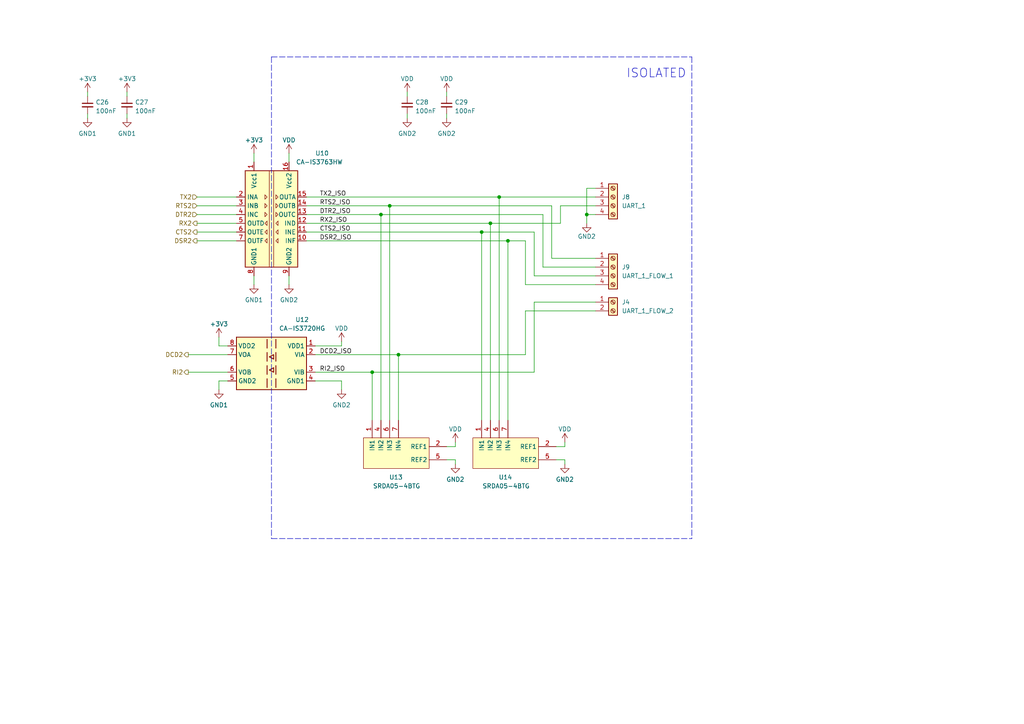
<source format=kicad_sch>
(kicad_sch (version 20211123) (generator eeschema)
  (paper "A4")
  (title_block (title "CH344 Isolated Serial Adapter") (date "2024-01-12") (rev "2") (company "Sleepy Pony Labs"))
  (lib_symbols
    (symbol "Connector:Screw_Terminal_01x02" (pin_names (offset 1.016) hide)
      (property "Reference" "J" (at 0 2.54 0))
      (property "Value" "Screw_Terminal_01x02" (at 0 -5.08 0))
      (symbol "Screw_Terminal_01x02_1_1"
        (rectangle (start -1.27 1.27) (end 1.27 -3.81) (stroke (width 0.254)) (fill (type background)))
        (circle (center 0 -2.54) (radius 0.635) (stroke (width 0.1524)))
        (polyline (pts (xy -0.5334 -2.2098) (xy 0.3302 -3.048)) (stroke (width 0.1524)))
        (polyline (pts (xy -0.5334 0.3302) (xy 0.3302 -0.508)) (stroke (width 0.1524)))
        (polyline (pts (xy -0.3556 -2.032) (xy 0.508 -2.8702)) (stroke (width 0.1524)))
        (polyline (pts (xy -0.3556 0.508) (xy 0.508 -0.3302)) (stroke (width 0.1524)))
        (circle (center 0 0) (radius 0.635) (stroke (width 0.1524)))
        (pin passive line (at -5.08 0 0) (length 3.81) (name "Pin_1") (number "1"))
        (pin passive line (at -5.08 -2.54 0) (length 3.81) (name "Pin_2") (number "2"))
      )
    )
    (symbol "Connector:Screw_Terminal_01x04" (pin_names (offset 1.016) hide)
      (property "Reference" "J" (at 0 5.08 0))
      (property "Value" "Screw_Terminal_01x04" (at 0 -7.62 0))
      (symbol "Screw_Terminal_01x04_1_1"
        (rectangle (start -1.27 3.81) (end 1.27 -6.35) (stroke (width 0.254)) (fill (type background)))
        (circle (center 0 -5.08) (radius 0.635) (stroke (width 0.1524)))
        (circle (center 0 -2.54) (radius 0.635) (stroke (width 0.1524)))
        (polyline (pts (xy -0.5334 -4.7498) (xy 0.3302 -5.588)) (stroke (width 0.1524)))
        (polyline (pts (xy -0.5334 -2.2098) (xy 0.3302 -3.048)) (stroke (width 0.1524)))
        (polyline (pts (xy -0.5334 0.3302) (xy 0.3302 -0.508)) (stroke (width 0.1524)))
        (polyline (pts (xy -0.5334 2.8702) (xy 0.3302 2.032)) (stroke (width 0.1524)))
        (polyline (pts (xy -0.3556 -4.572) (xy 0.508 -5.4102)) (stroke (width 0.1524)))
        (polyline (pts (xy -0.3556 -2.032) (xy 0.508 -2.8702)) (stroke (width 0.1524)))
        (polyline (pts (xy -0.3556 0.508) (xy 0.508 -0.3302)) (stroke (width 0.1524)))
        (polyline (pts (xy -0.3556 3.048) (xy 0.508 2.2098)) (stroke (width 0.1524)))
        (circle (center 0 0) (radius 0.635) (stroke (width 0.1524)))
        (circle (center 0 2.54) (radius 0.635) (stroke (width 0.1524)))
        (pin passive line (at -5.08 2.54 0) (length 3.81) (name "Pin_1") (number "1"))
        (pin passive line (at -5.08 0 0) (length 3.81) (name "Pin_2") (number "2"))
        (pin passive line (at -5.08 -2.54 0) (length 3.81) (name "Pin_3") (number "3"))
        (pin passive line (at -5.08 -5.08 0) (length 3.81) (name "Pin_4") (number "4"))
      )
    )
    (symbol "Device:C_Small" (pin_numbers hide) (pin_names (offset 0.254) hide)
      (property "Reference" "C" (at 0.254 1.778 0))
      (property "Value" "C_Small" (at 0.254 -2.032 0))
      (symbol "C_Small_0_1"
        (polyline (pts (xy -1.524 -0.508) (xy 1.524 -0.508)) (stroke (width 0.3302)))
        (polyline (pts (xy -1.524 0.508) (xy 1.524 0.508)) (stroke (width 0.3048)))
      )
      (symbol "C_Small_1_1"
        (pin passive line (at 0 2.54 270) (length 2.032) (name "~") (number "1"))
        (pin passive line (at 0 -2.54 90) (length 2.032) (name "~") (number "2"))
      )
    )
    (symbol "Isolator:ADuM1200AR"
      (property "Reference" "U" (at -10.16 8.89 0))
      (property "Value" "ADuM1200AR" (at -2.032 8.89 0))
      (symbol "ADuM1200AR_0_1"
        (rectangle (start -10.16 7.62) (end 10.16 -7.62) (stroke (width 0.254)) (fill (type background)))
        (polyline (pts (xy -1.27 -4.445) (xy -1.27 -6.985)) (stroke (width 0.254)))
        (polyline (pts (xy -1.27 -0.635) (xy -1.27 -3.175)) (stroke (width 0.254)))
        (polyline (pts (xy -1.27 3.175) (xy -1.27 0.635)) (stroke (width 0.254)))
        (polyline (pts (xy -1.27 6.985) (xy -1.27 4.445)) (stroke (width 0.254)))
        (polyline (pts (xy 1.27 -4.445) (xy 1.27 -6.985)) (stroke (width 0.254)))
        (polyline (pts (xy 1.27 -0.635) (xy 1.27 -3.175)) (stroke (width 0.254)))
        (polyline (pts (xy 1.27 3.175) (xy 1.27 0.635)) (stroke (width 0.254)))
        (polyline (pts (xy 1.27 6.985) (xy 1.27 4.445)) (stroke (width 0.254)))
        (polyline (pts (xy -0.635 -1.27) (xy -0.635 -2.54) (xy 0.635 -1.905) (xy -0.635 -1.27)) (stroke (width 0.254)))
        (polyline (pts (xy -0.635 1.27) (xy 0.635 1.905) (xy -0.635 2.54) (xy -0.635 1.27)) (stroke (width 0.254)))
      )
      (symbol "ADuM1200AR_1_1"
        (pin power_in line (at -12.7 5.08 0) (length 2.54) (name "VDD1") (number "1"))
        (pin input line (at -12.7 2.54 0) (length 2.54) (name "VIA") (number "2"))
        (pin input line (at -12.7 -2.54 0) (length 2.54) (name "VIB") (number "3"))
        (pin power_in line (at -12.7 -5.08 0) (length 2.54) (name "GND1") (number "4"))
        (pin power_in line (at 12.7 -5.08 180) (length 2.54) (name "GND2") (number "5"))
        (pin output line (at 12.7 -2.54 180) (length 2.54) (name "VOB") (number "6"))
        (pin output line (at 12.7 2.54 180) (length 2.54) (name "VOA") (number "7"))
        (pin power_in line (at 12.7 5.08 180) (length 2.54) (name "VDD2") (number "8"))
      )
    )
    (symbol "Isolator:ISO7763DW"
      (property "Reference" "U" (at 8.255 14.605 0))
      (property "Value" "ISO7763DW" (at 8.255 12.065 0))
      (symbol "ISO7763DW_0_1"
        (rectangle (start -7.62 15.24) (end 7.62 -12.7) (stroke (width 0.254)) (fill (type background)))
        (polyline (pts (xy -0.635 15.24) (xy -0.635 -12.7)))
        (polyline (pts (xy 0.635 15.24) (xy 0.635 -12.7)))
        (polyline (pts (xy -1.905 8.255) (xy -1.27 7.62) (xy -1.905 6.985) (xy -1.905 8.255)))
        (polyline (pts (xy 1.27 8.255) (xy 1.905 7.62) (xy 1.27 6.985) (xy 1.27 8.255)))
      )
      (symbol "ISO7763DW_1_1"
        (polyline (pts (xy -1.905 3.175) (xy -1.27 2.54) (xy -1.905 1.905) (xy -1.905 3.175)))
        (polyline (pts (xy -1.905 5.715) (xy -1.27 5.08) (xy -1.905 4.445) (xy -1.905 5.715)))
        (polyline (pts (xy -1.27 -4.445) (xy -1.905 -5.08) (xy -1.27 -5.715) (xy -1.27 -4.445)))
        (polyline (pts (xy -1.27 -1.905) (xy -1.905 -2.54) (xy -1.27 -3.175) (xy -1.27 -1.905)))
        (polyline (pts (xy -1.27 0.635) (xy -1.905 0) (xy -1.27 -0.635) (xy -1.27 0.635)))
        (polyline (pts (xy 1.27 3.175) (xy 1.905 2.54) (xy 1.27 1.905) (xy 1.27 3.175)))
        (polyline (pts (xy 1.27 5.715) (xy 1.905 5.08) (xy 1.27 4.445) (xy 1.27 5.715)))
        (polyline (pts (xy 1.905 -4.445) (xy 1.27 -5.08) (xy 1.905 -5.715) (xy 1.905 -4.445)))
        (polyline (pts (xy 1.905 -1.905) (xy 1.27 -2.54) (xy 1.905 -3.175) (xy 1.905 -1.905)))
        (polyline (pts (xy 1.905 0.635) (xy 1.27 0) (xy 1.905 -0.635) (xy 1.905 0.635)))
        (pin power_in line (at -5.08 17.78 270) (length 2.54) (name "Vcc1") (number "1"))
        (pin input line (at 10.16 -5.08 180) (length 2.54) (name "INF") (number "10"))
        (pin input line (at 10.16 -2.54 180) (length 2.54) (name "INE") (number "11"))
        (pin input line (at 10.16 0 180) (length 2.54) (name "IND") (number "12"))
        (pin output line (at 10.16 2.54 180) (length 2.54) (name "OUTC") (number "13"))
        (pin output line (at 10.16 5.08 180) (length 2.54) (name "OUTB") (number "14"))
        (pin output line (at 10.16 7.62 180) (length 2.54) (name "OUTA") (number "15"))
        (pin power_in line (at 5.08 17.78 270) (length 2.54) (name "Vcc2") (number "16"))
        (pin input line (at -10.16 7.62 0) (length 2.54) (name "INA") (number "2"))
        (pin input line (at -10.16 5.08 0) (length 2.54) (name "INB") (number "3"))
        (pin input line (at -10.16 2.54 0) (length 2.54) (name "INC") (number "4"))
        (pin output line (at -10.16 0 0) (length 2.54) (name "OUTD") (number "5"))
        (pin output line (at -10.16 -2.54 0) (length 2.54) (name "OUTE") (number "6"))
        (pin output line (at -10.16 -5.08 0) (length 2.54) (name "OUTF") (number "7"))
        (pin power_in line (at -5.08 -15.24 90) (length 2.54) (name "GND1") (number "8"))
        (pin power_in line (at 5.08 -15.24 90) (length 2.54) (name "GND2") (number "9"))
      )
    )
    (symbol "SRDA05-4BTG_1"
      (property "Reference" "U" (at -15.24 1.27 0))
      (property "Value" "SRDA05-4BTG_1" (at -15.24 -1.27 0))
      (symbol "SRDA05-4BTG_1_0_1"
        (rectangle (start -7.62 5.08) (end 11.43 -3.81) (fill (type background)))
      )
      (symbol "SRDA05-4BTG_1_1_1"
        (pin passive line (at -5.08 10.16 270) (length 5.08) (name "IN1") (number "1"))
        (pin passive line (at 16.51 2.54 180) (length 5.08) (name "REF1") (number "2"))
        (pin passive line (at 16.51 2.54 180) (length 5.08) hide (name "REF1") (number "3"))
        (pin passive line (at -2.54 10.16 270) (length 5.08) (name "IN2") (number "4"))
        (pin passive line (at 16.51 -1.27 180) (length 5.08) (name "REF2") (number "5"))
        (pin passive line (at 0 10.16 270) (length 5.08) (name "IN3") (number "6"))
        (pin passive line (at 2.54 10.16 270) (length 5.08) (name "IN4") (number "7"))
        (pin passive line (at 16.51 -1.27 180) (length 5.08) hide (name "REF2") (number "8"))
      )
    )
    (symbol "isolated_serial_adapter:SRDA05-4BTG"
      (property "Reference" "U" (at -15.24 1.27 0))
      (property "Value" "SRDA05-4BTG" (at -15.24 -1.27 0))
      (symbol "SRDA05-4BTG_0_1"
        (rectangle (start -7.62 5.08) (end 11.43 -3.81) (fill (type background)))
      )
      (symbol "SRDA05-4BTG_1_1"
        (pin passive line (at -5.08 10.16 270) (length 5.08) (name "IN1") (number "1"))
        (pin passive line (at 16.51 2.54 180) (length 5.08) (name "REF1") (number "2"))
        (pin passive line (at 16.51 2.54 180) (length 5.08) hide (name "REF1") (number "3"))
        (pin passive line (at -2.54 10.16 270) (length 5.08) (name "IN2") (number "4"))
        (pin passive line (at 16.51 -1.27 180) (length 5.08) (name "REF2") (number "5"))
        (pin passive line (at 0 10.16 270) (length 5.08) (name "IN3") (number "6"))
        (pin passive line (at 2.54 10.16 270) (length 5.08) (name "IN4") (number "7"))
        (pin passive line (at 16.51 -1.27 180) (length 5.08) hide (name "REF2") (number "8"))
      )
    )
    (symbol "power:+3V3" (power) (pin_names (offset 0))
      (property "Value" "+3V3" (at 0 3.556 0))
      (symbol "+3V3_0_1"
        (polyline (pts (xy -0.762 1.27) (xy 0 2.54)))
        (polyline (pts (xy 0 0) (xy 0 2.54)))
        (polyline (pts (xy 0 2.54) (xy 0.762 1.27)))
      )
      (symbol "+3V3_1_1"
        (pin power_in line (at 0 0 90) (length 0) hide (name "+3V3") (number "1"))
      )
    )
    (symbol "power:GND1" (power) (pin_names (offset 0))
      (property "Value" "GND1" (at 0 -3.81 0))
      (symbol "GND1_0_1"
        (polyline (pts (xy 0 0) (xy 0 -1.27) (xy 1.27 -1.27) (xy 0 -2.54) (xy -1.27 -1.27) (xy 0 -1.27)))
      )
      (symbol "GND1_1_1"
        (pin power_in line (at 0 0 270) (length 0) hide (name "GND1") (number "1"))
      )
    )
    (symbol "power:GND2" (power) (pin_names (offset 0))
      (property "Value" "GND2" (at 0 -3.81 0))
      (symbol "GND2_0_1"
        (polyline (pts (xy 0 0) (xy 0 -1.27) (xy 1.27 -1.27) (xy 0 -2.54) (xy -1.27 -1.27) (xy 0 -1.27)))
      )
      (symbol "GND2_1_1"
        (pin power_in line (at 0 0 270) (length 0) hide (name "GND2") (number "1"))
      )
    )
    (symbol "power:VDD" (power) (pin_names (offset 0))
      (property "Value" "VDD" (at 0 3.81 0))
      (symbol "VDD_0_1"
        (polyline (pts (xy -0.762 1.27) (xy 0 2.54)))
        (polyline (pts (xy 0 0) (xy 0 2.54)))
        (polyline (pts (xy 0 2.54) (xy 0.762 1.27)))
      )
      (symbol "VDD_1_1"
        (pin power_in line (at 0 0 90) (length 0) hide (name "VDD") (number "1"))
      )
    )
  )
  (junction (at 115.57 102.87))
  (junction (at 113.03 59.69))
  (junction (at 170.18 62.23))
  (junction (at 110.49 62.23))
  (junction (at 147.32 69.85))
  (junction (at 107.95 107.95))
  (junction (at 144.78 57.15))
  (junction (at 142.24 64.77))
  (junction (at 139.7 67.31))
  (wire (pts (xy 66.04 110.49) (xy 63.5 110.49)))
  (wire (pts (xy 88.9 62.23) (xy 110.49 62.23)))
  (wire (pts (xy 154.94 87.63) (xy 172.72 87.63)))
  (wire (pts (xy 144.78 57.15) (xy 144.78 121.92)))
  (wire (pts (xy 83.82 44.45) (xy 83.82 46.99)))
  (wire (pts (xy 152.4 82.55) (xy 172.72 82.55)))
  (wire (pts (xy 118.11 33.02) (xy 118.11 34.29)))
  (wire (pts (xy 147.32 69.85) (xy 152.4 69.85)))
  (wire (pts (xy 73.66 44.45) (xy 73.66 46.99)))
  (wire (pts (xy 91.44 110.49) (xy 99.06 110.49)))
  (wire (pts (xy 172.72 54.61) (xy 170.18 54.61)))
  (wire (pts (xy 170.18 54.61) (xy 170.18 62.23)))
  (wire (pts (xy 63.5 110.49) (xy 63.5 113.03)))
  (wire (pts (xy 132.08 129.54) (xy 132.08 128.27)))
  (wire (pts (xy 54.61 102.87) (xy 66.04 102.87)))
  (wire (pts (xy 129.54 33.02) (xy 129.54 34.29)))
  (wire (pts (xy 144.78 57.15) (xy 172.72 57.15)))
  (wire (pts (xy 99.06 100.33) (xy 99.06 99.06)))
  (wire (pts (xy 129.54 129.54) (xy 132.08 129.54)))
  (wire (pts (xy 57.15 67.31) (xy 68.58 67.31)))
  (wire (pts (xy 25.4 33.02) (xy 25.4 34.29)))
  (wire (pts (xy 163.83 133.35) (xy 163.83 134.62)))
  (wire (pts (xy 107.95 107.95) (xy 107.95 121.92)))
  (wire (pts (xy 54.61 107.95) (xy 66.04 107.95)))
  (wire (pts (xy 132.08 133.35) (xy 132.08 134.62)))
  (wire (pts (xy 160.02 74.93) (xy 172.72 74.93)))
  (wire (pts (xy 154.94 80.01) (xy 172.72 80.01)))
  (wire (pts (xy 142.24 64.77) (xy 142.24 121.92)))
  (wire (pts (xy 91.44 107.95) (xy 107.95 107.95)))
  (wire (pts (xy 57.15 62.23) (xy 68.58 62.23)))
  (wire (pts (xy 154.94 107.95) (xy 154.94 87.63)))
  (wire (pts (xy 88.9 69.85) (xy 147.32 69.85)))
  (wire (pts (xy 129.54 26.67) (xy 129.54 27.94)))
  (wire (pts (xy 57.15 64.77) (xy 68.58 64.77)))
  (wire (pts (xy 172.72 62.23) (xy 170.18 62.23)))
  (wire (pts (xy 113.03 59.69) (xy 113.03 121.92)))
  (polyline (pts (xy 78.74 156.21) (xy 200.66 156.21)))
  (wire (pts (xy 163.83 128.27) (xy 163.83 129.54)))
  (wire (pts (xy 57.15 57.15) (xy 68.58 57.15)))
  (wire (pts (xy 160.02 59.69) (xy 160.02 74.93)))
  (wire (pts (xy 152.4 102.87) (xy 152.4 90.17)))
  (wire (pts (xy 25.4 26.67) (xy 25.4 27.94)))
  (polyline (pts (xy 78.74 16.51) (xy 200.66 16.51)))
  (wire (pts (xy 36.83 26.67) (xy 36.83 27.94)))
  (wire (pts (xy 57.15 59.69) (xy 68.58 59.69)))
  (wire (pts (xy 88.9 64.77) (xy 142.24 64.77)))
  (wire (pts (xy 157.48 77.47) (xy 172.72 77.47)))
  (wire (pts (xy 139.7 67.31) (xy 154.94 67.31)))
  (wire (pts (xy 118.11 26.67) (xy 118.11 27.94)))
  (wire (pts (xy 162.56 64.77) (xy 162.56 59.69)))
  (wire (pts (xy 115.57 102.87) (xy 152.4 102.87)))
  (wire (pts (xy 83.82 80.01) (xy 83.82 82.55)))
  (wire (pts (xy 139.7 67.31) (xy 139.7 121.92)))
  (wire (pts (xy 110.49 62.23) (xy 110.49 121.92)))
  (wire (pts (xy 157.48 62.23) (xy 157.48 77.47)))
  (wire (pts (xy 88.9 59.69) (xy 113.03 59.69)))
  (wire (pts (xy 161.29 133.35) (xy 163.83 133.35)))
  (wire (pts (xy 154.94 67.31) (xy 154.94 80.01)))
  (polyline (pts (xy 78.74 16.51) (xy 78.74 156.21)))
  (wire (pts (xy 91.44 100.33) (xy 99.06 100.33)))
  (polyline (pts (xy 200.66 16.51) (xy 200.66 156.21)))
  (wire (pts (xy 63.5 100.33) (xy 66.04 100.33)))
  (wire (pts (xy 142.24 64.77) (xy 162.56 64.77)))
  (wire (pts (xy 57.15 69.85) (xy 68.58 69.85)))
  (wire (pts (xy 115.57 102.87) (xy 115.57 121.92)))
  (wire (pts (xy 129.54 133.35) (xy 132.08 133.35)))
  (wire (pts (xy 163.83 129.54) (xy 161.29 129.54)))
  (wire (pts (xy 162.56 59.69) (xy 172.72 59.69)))
  (wire (pts (xy 147.32 69.85) (xy 147.32 121.92)))
  (wire (pts (xy 88.9 57.15) (xy 144.78 57.15)))
  (wire (pts (xy 152.4 90.17) (xy 172.72 90.17)))
  (wire (pts (xy 36.83 33.02) (xy 36.83 34.29)))
  (wire (pts (xy 73.66 80.01) (xy 73.66 82.55)))
  (wire (pts (xy 152.4 69.85) (xy 152.4 82.55)))
  (wire (pts (xy 107.95 107.95) (xy 154.94 107.95)))
  (wire (pts (xy 113.03 59.69) (xy 160.02 59.69)))
  (wire (pts (xy 110.49 62.23) (xy 157.48 62.23)))
  (wire (pts (xy 63.5 97.79) (xy 63.5 100.33)))
  (wire (pts (xy 88.9 67.31) (xy 139.7 67.31)))
  (wire (pts (xy 99.06 110.49) (xy 99.06 113.03)))
  (wire (pts (xy 170.18 62.23) (xy 170.18 64.77)))
  (wire (pts (xy 91.44 102.87) (xy 115.57 102.87)))
  (text "ISOLATED" (at 181.61 22.86 0) (effects (font (size 2.54 2.54)) (justify left bottom)))
  (label "CTS2_ISO" (at 92.71 67.31 0))
  (label "RX2_ISO" (at 92.71 64.77 0))
  (label "RTS2_ISO" (at 92.71 59.69 0))
  (label "TX2_ISO" (at 92.71 57.15 0))
  (label "RI2_ISO" (at 92.71 107.95 0))
  (label "DSR2_ISO" (at 92.71 69.85 0))
  (label "DTR2_ISO" (at 92.71 62.23 0))
  (label "DCD2_ISO" (at 92.71 102.87 0))
  (hierarchical_label "RX2" (shape output) (at 57.15 64.77 180))
  (hierarchical_label "DSR2" (shape output) (at 57.15 69.85 180))
  (hierarchical_label "DCD2" (shape output) (at 54.61 102.87 180))
  (hierarchical_label "RTS2" (shape input) (at 57.15 59.69 180))
  (hierarchical_label "DTR2" (shape input) (at 57.15 62.23 180))
  (hierarchical_label "TX2" (shape input) (at 57.15 57.15 180))
  (hierarchical_label "CTS2" (shape output) (at 57.15 67.31 180))
  (hierarchical_label "RI2" (shape output) (at 54.61 107.95 180))
  (symbol (lib_id "power:GND2") (at 132.08 134.62 0) (unit 1)
    (property "Reference" "#PWR0118" (effects hide))
    (property "Value" "GND2" (at 132.08 139.0634 0))
  )
  (symbol (lib_id "power:GND1") (at 63.5 113.03 0) (unit 1)
    (property "Reference" "#PWR0114" (effects hide))
    (property "Value" "GND1" (at 63.5 117.4734 0))
  )
  (symbol (lib_id "Connector:Screw_Terminal_01x02") (at 177.8 87.63 0) (unit 1)
    (property "Reference" "J4" (at 180.34 87.6299 0) (effects (justify left)))
    (property "Value" "UART_1_FLOW_2" (at 180.34 90.1699 0) (effects (justify left)))
    (property "Footprint" "isolated_serial_adapter:TerminalBlock_Degson_1x02_P3.50mm_Horizontal" (effects hide))
  )
  (symbol (lib_id "power:VDD") (at 129.54 26.67 0) (unit 1)
    (property "Reference" "#PWR0106" (effects hide))
    (property "Value" "VDD" (at 129.54 22.86 0))
  )
  (symbol (lib_id "power:+3V3") (at 25.4 26.67 0) (unit 1)
    (property "Reference" "#PWR096" (effects hide))
    (property "Value" "+3V3" (at 25.4 22.86 0))
  )
  (symbol (lib_id "Device:C_Small") (at 118.11 30.48 0) (unit 1)
    (property "Reference" "C28" (at 120.4341 29.6516 0) (effects (justify left)))
    (property "Value" "100nF" (at 120.4341 32.1885 0) (effects (justify left)))
    (property "Footprint" "Capacitor_SMD:C_0603_1608Metric" (effects hide))
  )
  (symbol (lib_id "Connector:Screw_Terminal_01x04") (at 177.8 77.47 0) (unit 1)
    (property "Reference" "J9" (at 180.34 77.4699 0) (effects (justify left)))
    (property "Value" "UART_1_FLOW_1" (at 180.34 80.0099 0) (effects (justify left)))
    (property "Footprint" "isolated_serial_adapter:TerminalBlock_Degson_1x04_P3.50mm_Horizontal" (effects hide))
  )
  (symbol (lib_id "power:GND2") (at 118.11 34.29 0) (unit 1)
    (property "Reference" "#PWR0102" (effects hide))
    (property "Value" "GND2" (at 118.11 38.7334 0))
  )
  (symbol (lib_id "Device:C_Small") (at 129.54 30.48 0) (unit 1)
    (property "Reference" "C29" (at 131.8641 29.6516 0) (effects (justify left)))
    (property "Value" "100nF" (at 131.8641 32.1885 0) (effects (justify left)))
    (property "Footprint" "Capacitor_SMD:C_0603_1608Metric" (effects hide))
  )
  (symbol (lib_id "Isolator:ISO7763DW") (at 78.74 64.77 0) (unit 1)
    (property "Reference" "U10" (at 91.44 44.45 0) (effects (justify left)))
    (property "Value" "CA-IS3763HW" (at 85.8394 46.99 0) (effects (justify left)))
    (property "Footprint" "Package_SO:SOIC-16W_7.5x10.3mm_P1.27mm" (effects hide))
    (property "Datasheet" "https://www.ti.com/lit/ds/symlink/iso7763.pdf" (effects hide))
  )
  (symbol (lib_id "power:GND1") (at 36.83 34.29 0) (unit 1)
    (property "Reference" "#PWR0101" (effects hide))
    (property "Value" "GND1" (at 36.83 38.7334 0))
  )
  (symbol (lib_id "power:VDD") (at 83.82 44.45 0) (unit 1)
    (property "Reference" "#PWR0109" (effects hide))
    (property "Value" "VDD" (at 83.82 40.64 0))
  )
  (symbol (lib_id "power:VDD") (at 132.08 128.27 0) (unit 1)
    (property "Reference" "#PWR0116" (effects hide))
    (property "Value" "VDD" (at 132.08 124.46 0))
  )
  (symbol (lib_id "Device:C_Small") (at 25.4 30.48 0) (unit 1)
    (property "Reference" "C26" (at 27.7241 29.6516 0) (effects (justify left)))
    (property "Value" "100nF" (at 27.7241 32.1885 0) (effects (justify left)))
    (property "Footprint" "Capacitor_SMD:C_0603_1608Metric" (effects hide))
  )
  (symbol (lib_id "isolated_serial_adapter:SRDA05-4BTG") (at 144.78 132.08 0) (unit 1)
    (property "Reference" "U14" (at 148.59 138.43 0) (effects (justify right)))
    (property "Value" "SRDA05-4BTG" (at 153.67 140.97 0) (effects (justify right)))
    (property "Footprint" "Package_SO:SOIC-8_3.9x4.9mm_P1.27mm" (effects hide))
    (property "Datasheet" "https://th.mouser.com/datasheet/2/240/media-3320811.pdf" (effects hide))
  )
  (symbol (lib_id "Connector:Screw_Terminal_01x04") (at 177.8 57.15 0) (unit 1)
    (property "Reference" "J8" (at 180.34 57.1499 0) (effects (justify left)))
    (property "Value" "UART_1" (at 180.34 59.6899 0) (effects (justify left)))
    (property "Footprint" "isolated_serial_adapter:TerminalBlock_Degson_1x04_P3.50mm_Horizontal" (effects hide))
  )
  (symbol (lib_id "power:VDD") (at 118.11 26.67 0) (unit 1)
    (property "Reference" "#PWR0105" (effects hide))
    (property "Value" "VDD" (at 118.11 22.86 0))
  )
  (symbol (lib_id "power:VDD") (at 163.83 128.27 0) (unit 1)
    (property "Reference" "#PWR0117" (effects hide))
    (property "Value" "VDD" (at 163.83 124.46 0))
  )
  (symbol (lib_name "SRDA05-4BTG_1") (lib_id "isolated_serial_adapter:SRDA05-4BTG") (at 113.03 132.08 0) (unit 1)
    (property "Reference" "U13" (at 116.84 138.43 0) (effects (justify right)))
    (property "Value" "SRDA05-4BTG" (at 121.92 140.97 0) (effects (justify right)))
    (property "Footprint" "Package_SO:SOIC-8_3.9x4.9mm_P1.27mm" (effects hide))
    (property "Datasheet" "https://th.mouser.com/datasheet/2/240/media-3320811.pdf" (effects hide))
  )
  (symbol (lib_id "power:GND2") (at 129.54 34.29 0) (unit 1)
    (property "Reference" "#PWR0103" (effects hide))
    (property "Value" "GND2" (at 129.54 38.7334 0))
  )
  (symbol (lib_id "power:VDD") (at 99.06 99.06 0) (unit 1)
    (property "Reference" "#PWR0113" (effects hide))
    (property "Value" "VDD" (at 99.06 95.25 0))
  )
  (symbol (lib_id "Isolator:ADuM1200AR") (at 78.74 105.41 0) (mirror y) (unit 1)
    (property "Reference" "U12" (at 87.63 92.71 0))
    (property "Value" "CA-IS3720HG" (at 87.63 95.25 0))
    (property "Footprint" "Package_SO:SOIC-8_7.5x5.85mm_P1.27mm" (effects hide))
    (property "Datasheet" "https://www.analog.com/media/en/technical-documentation/data-sheets/ADuM1200_1201.pdf" (effects hide))
  )
  (symbol (lib_id "power:GND2") (at 163.83 134.62 0) (unit 1)
    (property "Reference" "#PWR0119" (effects hide))
    (property "Value" "GND2" (at 163.83 139.0634 0))
  )
  (symbol (lib_id "power:GND1") (at 73.66 82.55 0) (unit 1)
    (property "Reference" "#PWR0110" (effects hide))
    (property "Value" "GND1" (at 73.66 86.9934 0))
  )
  (symbol (lib_id "Device:C_Small") (at 36.83 30.48 0) (unit 1)
    (property "Reference" "C27" (at 39.1541 29.6516 0) (effects (justify left)))
    (property "Value" "100nF" (at 39.1541 32.1885 0) (effects (justify left)))
    (property "Footprint" "Capacitor_SMD:C_0603_1608Metric" (effects hide))
  )
  (symbol (lib_id "power:+3V3") (at 73.66 44.45 0) (unit 1)
    (property "Reference" "#PWR0108" (effects hide))
    (property "Value" "+3V3" (at 73.66 40.64 0))
  )
  (symbol (lib_id "power:GND2") (at 99.06 113.03 0) (unit 1)
    (property "Reference" "#PWR0115" (effects hide))
    (property "Value" "GND2" (at 99.06 117.4734 0))
  )
  (symbol (lib_id "power:GND2") (at 170.18 64.77 0) (unit 1)
    (property "Reference" "#PWR0107" (effects hide))
    (property "Value" "GND2" (at 170.18 68.58 0))
  )
  (symbol (lib_id "power:+3V3") (at 36.83 26.67 0) (unit 1)
    (property "Reference" "#PWR097" (effects hide))
    (property "Value" "+3V3" (at 36.83 22.86 0))
  )
  (symbol (lib_id "power:GND1") (at 25.4 34.29 0) (unit 1)
    (property "Reference" "#PWR0100" (effects hide))
    (property "Value" "GND1" (at 25.4 38.7334 0))
  )
  (symbol (lib_id "power:GND2") (at 83.82 82.55 0) (unit 1)
    (property "Reference" "#PWR0111" (effects hide))
    (property "Value" "GND2" (at 83.82 86.9934 0))
  )
  (symbol (lib_id "power:+3V3") (at 63.5 97.79 0) (unit 1)
    (property "Reference" "#PWR0112" (effects hide))
    (property "Value" "+3V3" (at 63.5 93.98 0))
  )
)
</source>
